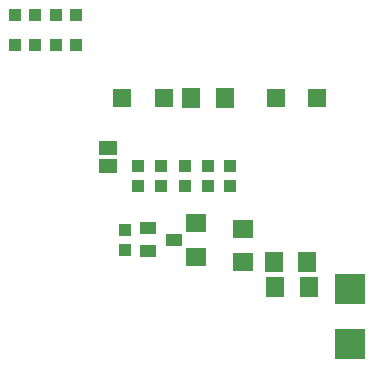
<source format=gbr>
G04 EAGLE Gerber RS-274X export*
G75*
%MOMM*%
%FSLAX34Y34*%
%LPD*%
%INSolderpaste Top*%
%IPPOS*%
%AMOC8*
5,1,8,0,0,1.08239X$1,22.5*%
G01*
%ADD10R,1.000000X1.100000*%
%ADD11R,1.100000X1.000000*%
%ADD12R,1.600000X1.800000*%
%ADD13R,1.800000X1.600000*%
%ADD14R,1.803000X1.600000*%
%ADD15R,1.400000X1.000000*%
%ADD16R,2.540000X2.540000*%
%ADD17R,1.600000X1.803000*%
%ADD18R,1.500000X1.500000*%
%ADD19R,1.600200X1.168400*%


D10*
X179800Y165500D03*
X179800Y182500D03*
X199000Y165500D03*
X199000Y182500D03*
X140600Y165500D03*
X140600Y182500D03*
D11*
X120400Y182500D03*
X120400Y165500D03*
X160200Y182500D03*
X160200Y165500D03*
D10*
X68500Y285000D03*
X51500Y285000D03*
D12*
X236000Y101000D03*
X264000Y101000D03*
D13*
X210000Y101000D03*
X210000Y129000D03*
D14*
X170000Y105780D03*
X170000Y134220D03*
D11*
X110000Y111500D03*
X110000Y128500D03*
D15*
X151000Y120000D03*
X129000Y129500D03*
X129000Y110500D03*
D10*
X68500Y310000D03*
X51500Y310000D03*
X33500Y310000D03*
X16500Y310000D03*
X33500Y285000D03*
X16500Y285000D03*
D16*
X300000Y78495D03*
X300000Y31505D03*
D17*
X265220Y80000D03*
X236780Y80000D03*
D18*
X237500Y240000D03*
X272500Y240000D03*
D17*
X194220Y240000D03*
X165780Y240000D03*
D18*
X107500Y240000D03*
X142500Y240000D03*
D19*
X95000Y182380D03*
X95000Y197620D03*
M02*

</source>
